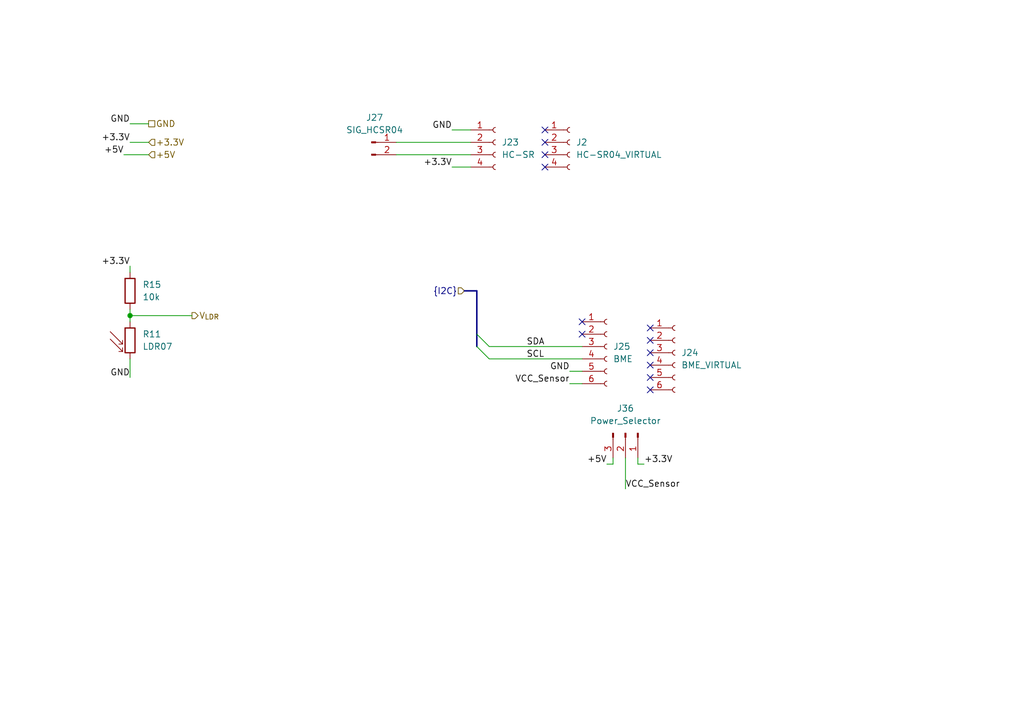
<source format=kicad_sch>
(kicad_sch (version 20231120) (generator "eeschema") (generator_version "8.0")
  (paper "A5")
  (title_block (title "Sensors") (date "2024-08-29") (rev "1.0") (company "Designed by CREPP-NLG"))
  (lib_symbols
    (symbol "Connector:Conn_01x02_Pin" (pin_names (offset 1.016) hide)
      (property "Reference" "J" (at 0 2.54 0))
      (property "Value" "Conn_01x02_Pin" (at 0 -5.08 0))
      (symbol "Conn_01x02_Pin_1_1"
        (polyline (pts (xy 1.27 -2.54) (xy 0.8636 -2.54)) (stroke (width 0.1524)))
        (polyline (pts (xy 1.27 0) (xy 0.8636 0)) (stroke (width 0.1524)))
        (rectangle (start 0.8636 -2.413) (end 0 -2.667) (stroke (width 0.1524)) (fill (type outline)))
        (rectangle (start 0.8636 0.127) (end 0 -0.127) (stroke (width 0.1524)) (fill (type outline)))
        (pin passive line (at 5.08 0 180) (length 3.81) (name "Pin_1") (number "1"))
        (pin passive line (at 5.08 -2.54 180) (length 3.81) (name "Pin_2") (number "2"))
      )
    )
    (symbol "Connector:Conn_01x03_Pin" (pin_names (offset 1.016) hide)
      (property "Reference" "J" (at 0 5.08 0))
      (property "Value" "Conn_01x03_Pin" (at 0 -5.08 0))
      (symbol "Conn_01x03_Pin_1_1"
        (polyline (pts (xy 1.27 -2.54) (xy 0.8636 -2.54)) (stroke (width 0.1524)))
        (polyline (pts (xy 1.27 0) (xy 0.8636 0)) (stroke (width 0.1524)))
        (polyline (pts (xy 1.27 2.54) (xy 0.8636 2.54)) (stroke (width 0.1524)))
        (rectangle (start 0.8636 -2.413) (end 0 -2.667) (stroke (width 0.1524)) (fill (type outline)))
        (rectangle (start 0.8636 0.127) (end 0 -0.127) (stroke (width 0.1524)) (fill (type outline)))
        (rectangle (start 0.8636 2.667) (end 0 2.413) (stroke (width 0.1524)) (fill (type outline)))
        (pin passive line (at 5.08 2.54 180) (length 3.81) (name "Pin_1") (number "1"))
        (pin passive line (at 5.08 0 180) (length 3.81) (name "Pin_2") (number "2"))
        (pin passive line (at 5.08 -2.54 180) (length 3.81) (name "Pin_3") (number "3"))
      )
    )
    (symbol "Connector:Conn_01x04_Socket" (pin_names (offset 1.016) hide)
      (property "Reference" "J" (at 0 5.08 0))
      (property "Value" "Conn_01x04_Socket" (at 0 -7.62 0))
      (symbol "Conn_01x04_Socket_1_1"
        (arc (start 0 -4.572) (mid -0.5058 -5.08) (end 0 -5.588) (stroke (width 0.1524)))
        (arc (start 0 -2.032) (mid -0.5058 -2.54) (end 0 -3.048) (stroke (width 0.1524)))
        (polyline (pts (xy -1.27 -5.08) (xy -0.508 -5.08)) (stroke (width 0.1524)))
        (polyline (pts (xy -1.27 -2.54) (xy -0.508 -2.54)) (stroke (width 0.1524)))
        (polyline (pts (xy -1.27 0) (xy -0.508 0)) (stroke (width 0.1524)))
        (polyline (pts (xy -1.27 2.54) (xy -0.508 2.54)) (stroke (width 0.1524)))
        (arc (start 0 0.508) (mid -0.5058 0) (end 0 -0.508) (stroke (width 0.1524)))
        (arc (start 0 3.048) (mid -0.5058 2.54) (end 0 2.032) (stroke (width 0.1524)))
        (pin passive line (at -5.08 2.54 0) (length 3.81) (name "Pin_1") (number "1"))
        (pin passive line (at -5.08 0 0) (length 3.81) (name "Pin_2") (number "2"))
        (pin passive line (at -5.08 -2.54 0) (length 3.81) (name "Pin_3") (number "3"))
        (pin passive line (at -5.08 -5.08 0) (length 3.81) (name "Pin_4") (number "4"))
      )
    )
    (symbol "Connector:Conn_01x06_Socket" (pin_names (offset 1.016) hide)
      (property "Reference" "J" (at 0 7.62 0))
      (property "Value" "Conn_01x06_Socket" (at 0 -10.16 0))
      (symbol "Conn_01x06_Socket_1_1"
        (arc (start 0 -7.112) (mid -0.5058 -7.62) (end 0 -8.128) (stroke (width 0.1524)))
        (arc (start 0 -4.572) (mid -0.5058 -5.08) (end 0 -5.588) (stroke (width 0.1524)))
        (arc (start 0 -2.032) (mid -0.5058 -2.54) (end 0 -3.048) (stroke (width 0.1524)))
        (polyline (pts (xy -1.27 -7.62) (xy -0.508 -7.62)) (stroke (width 0.1524)))
        (polyline (pts (xy -1.27 -5.08) (xy -0.508 -5.08)) (stroke (width 0.1524)))
        (polyline (pts (xy -1.27 -2.54) (xy -0.508 -2.54)) (stroke (width 0.1524)))
        (polyline (pts (xy -1.27 0) (xy -0.508 0)) (stroke (width 0.1524)))
        (polyline (pts (xy -1.27 2.54) (xy -0.508 2.54)) (stroke (width 0.1524)))
        (polyline (pts (xy -1.27 5.08) (xy -0.508 5.08)) (stroke (width 0.1524)))
        (arc (start 0 0.508) (mid -0.5058 0) (end 0 -0.508) (stroke (width 0.1524)))
        (arc (start 0 3.048) (mid -0.5058 2.54) (end 0 2.032) (stroke (width 0.1524)))
        (arc (start 0 5.588) (mid -0.5058 5.08) (end 0 4.572) (stroke (width 0.1524)))
        (pin passive line (at -5.08 5.08 0) (length 3.81) (name "Pin_1") (number "1"))
        (pin passive line (at -5.08 2.54 0) (length 3.81) (name "Pin_2") (number "2"))
        (pin passive line (at -5.08 0 0) (length 3.81) (name "Pin_3") (number "3"))
        (pin passive line (at -5.08 -2.54 0) (length 3.81) (name "Pin_4") (number "4"))
        (pin passive line (at -5.08 -5.08 0) (length 3.81) (name "Pin_5") (number "5"))
        (pin passive line (at -5.08 -7.62 0) (length 3.81) (name "Pin_6") (number "6"))
      )
    )
    (symbol "Device:R" (pin_numbers hide) (pin_names (offset 0))
      (property "Reference" "R" (at 2.032 0 90))
      (property "Value" "R" (at 0 0 90))
      (symbol "R_0_1"
        (rectangle (start -1.016 -2.54) (end 1.016 2.54) (stroke (width 0.254)))
      )
      (symbol "R_1_1"
        (pin passive line (at 0 3.81 270) (length 1.27) (name "~") (number "1"))
        (pin passive line (at 0 -3.81 90) (length 1.27) (name "~") (number "2"))
      )
    )
    (symbol "Sensor_Optical:LDR07" (pin_numbers hide) (pin_names (offset 0))
      (property "Reference" "R" (at -5.08 0 90))
      (property "Value" "LDR07" (at 1.905 0 90))
      (symbol "LDR07_0_1"
        (rectangle (start -1.016 2.54) (end 1.016 -2.54) (stroke (width 0.254)))
        (polyline (pts (xy -1.524 -2.286) (xy -4.064 0.254)))
        (polyline (pts (xy -1.524 -2.286) (xy -2.286 -2.286)))
        (polyline (pts (xy -1.524 -2.286) (xy -1.524 -1.524)))
        (polyline (pts (xy -1.524 -0.762) (xy -4.064 1.778)))
        (polyline (pts (xy -1.524 -0.762) (xy -2.286 -0.762)))
        (polyline (pts (xy -1.524 -0.762) (xy -1.524 0)))
      )
      (symbol "LDR07_1_1"
        (pin passive line (at 0 3.81 270) (length 1.27) (name "~") (number "1"))
        (pin passive line (at 0 -3.81 90) (length 1.27) (name "~") (number "2"))
      )
    )
  )
  (junction (at 26.67 64.77))
  (no_connect (at 133.35 80.01))
  (no_connect (at 133.35 77.47))
  (no_connect (at 119.38 68.58))
  (no_connect (at 111.76 34.29))
  (no_connect (at 133.35 67.31))
  (no_connect (at 133.35 72.39))
  (no_connect (at 119.38 66.04))
  (no_connect (at 133.35 69.85))
  (no_connect (at 133.35 74.93))
  (no_connect (at 111.76 29.21))
  (no_connect (at 111.76 31.75))
  (no_connect (at 111.76 26.67))
  (bus_entry (at 100.33 71.12) (size -2.54 -2.54))
  (bus_entry (at 100.33 73.66) (size -2.54 -2.54))
  (wire (pts (xy 116.84 78.74) (xy 119.38 78.74)))
  (wire (pts (xy 39.37 64.77) (xy 26.67 64.77)))
  (wire (pts (xy 26.67 64.77) (xy 26.67 66.04)))
  (wire (pts (xy 26.67 73.66) (xy 26.67 77.47)))
  (wire (pts (xy 130.81 93.98) (xy 130.81 95.25)))
  (wire (pts (xy 25.4 31.75) (xy 30.48 31.75)))
  (wire (pts (xy 92.71 34.29) (xy 96.52 34.29)))
  (wire (pts (xy 92.71 26.67) (xy 96.52 26.67)))
  (wire (pts (xy 130.81 95.25) (xy 132.08 95.25)))
  (bus (pts (xy 97.79 59.69) (xy 97.79 68.58)))
  (wire (pts (xy 81.28 29.21) (xy 96.52 29.21)))
  (wire (pts (xy 125.73 93.98) (xy 125.73 95.25)))
  (wire (pts (xy 128.27 93.98) (xy 128.27 100.33)))
  (wire (pts (xy 116.84 76.2) (xy 119.38 76.2)))
  (wire (pts (xy 26.67 64.77) (xy 26.67 63.5)))
  (wire (pts (xy 125.73 95.25) (xy 124.46 95.25)))
  (wire (pts (xy 81.28 31.75) (xy 96.52 31.75)))
  (wire (pts (xy 26.67 54.61) (xy 26.67 55.88)))
  (wire (pts (xy 26.67 29.21) (xy 30.48 29.21)))
  (bus (pts (xy 97.79 68.58) (xy 97.79 71.12)))
  (bus (pts (xy 95.25 59.69) (xy 97.79 59.69)))
  (wire (pts (xy 100.33 71.12) (xy 119.38 71.12)))
  (wire (pts (xy 100.33 73.66) (xy 119.38 73.66)))
  (wire (pts (xy 26.67 25.4) (xy 30.48 25.4)))
  (label "VCC_Sensor" (at 128.27 100.33 0))
  (label "+5V" (at 25.4 31.75 180))
  (label "+3.3V" (at 132.08 95.25 0))
  (label "+3.3V" (at 92.71 34.29 180))
  (label "GND" (at 116.84 76.2 180))
  (label "GND" (at 26.67 25.4 180))
  (label "SCL" (at 107.95 73.66 0))
  (label "SDA" (at 107.95 71.12 0))
  (label "+5V" (at 124.46 95.25 180))
  (label "+3.3V" (at 26.67 29.21 180))
  (label "GND" (at 92.71 26.67 180))
  (label "+3.3V" (at 26.67 54.61 180))
  (label "GND" (at 26.67 77.47 180))
  (label "VCC_Sensor" (at 116.84 78.74 180))
  (hierarchical_label "V_{LDR}" (shape output) (at 39.37 64.77 0))
  (hierarchical_label "{I2C}" (shape input) (at 95.25 59.69 180))
  (hierarchical_label "+5V" (shape input) (at 30.48 31.75 0))
  (hierarchical_label "GND" (shape passive) (at 30.48 25.4 0))
  (hierarchical_label "+3.3V" (shape input) (at 30.48 29.21 0))
  (symbol (lib_id "Connector:Conn_01x02_Pin") (at 76.2 29.21 0) (unit 1)
    (property "Reference" "J27" (at 76.835 24.13 0))
    (property "Value" "SIG_HCSR04" (at 76.835 26.67 0))
    (property "Footprint" "Connector_PinHeader_2.54mm:PinHeader_1x02_P2.54mm_Vertical" (effects (hide yes)))
    (property "Description" "Generic connector, single row, 01x02, script generated" (effects (hide yes)))
  )
  (symbol (lib_id "Connector:Conn_01x06_Socket") (at 138.43 72.39 0) (unit 1)
    (property "Reference" "J24" (at 139.7 72.3899 0) (effects (justify left)))
    (property "Value" "BME_VIRTUAL" (at 139.7 74.9299 0) (effects (justify left)))
    (property "Footprint" "Connector_PinSocket_2.54mm:PinSocket_1x06_P2.54mm_Vertical" (effects (hide yes)))
    (property "Description" "Generic connector, single row, 01x06, script generated" (effects (hide yes)))
  )
  (symbol (lib_id "Connector:Conn_01x03_Pin") (at 128.27 88.9 270) (unit 1)
    (property "Reference" "J36" (at 128.27 83.82 90))
    (property "Value" "Power_Selector" (at 128.27 86.36 90))
    (property "Footprint" "Connector_PinHeader_2.54mm:PinHeader_1x03_P2.54mm_Vertical" (effects (hide yes)))
    (property "Description" "Generic connector, single row, 01x03, script generated" (effects (hide yes)))
  )
  (symbol (lib_id "Connector:Conn_01x04_Socket") (at 101.6 29.21 0) (unit 1)
    (property "Reference" "J23" (at 102.87 29.2099 0) (effects (justify left)))
    (property "Value" "HC-SR" (at 102.87 31.7499 0) (effects (justify left)))
    (property "Footprint" "Connector_PinSocket_2.54mm:PinSocket_1x04_P2.54mm_Vertical" (effects (hide yes)))
    (property "Description" "Generic connector, single row, 01x04, script generated" (effects (hide yes)))
  )
  (symbol (lib_id "Sensor_Optical:LDR07") (at 26.67 69.85 0) (unit 1)
    (property "Reference" "R11" (at 29.21 68.5799 0) (effects (justify left)))
    (property "Value" "LDR07" (at 29.21 71.1199 0) (effects (justify left)))
    (property "Footprint" "OptoDevice:R_LDR_5.1x4.3mm_P3.4mm_Vertical" (effects (hide yes)))
    (property "Datasheet" "http://www.tme.eu/de/Document/f2e3ad76a925811312d226c31da4cd7e/LDR07.pdf" (effects (hide yes)))
    (property "Description" "light dependent resistor" (effects (hide yes)))
  )
  (symbol (lib_id "Connector:Conn_01x06_Socket") (at 124.46 71.12 0) (unit 1)
    (property "Reference" "J25" (at 125.73 71.1199 0) (effects (justify left)))
    (property "Value" "BME" (at 125.73 73.6599 0) (effects (justify left)))
    (property "Footprint" "Connector_PinSocket_2.54mm:PinSocket_1x06_P2.54mm_Vertical" (effects (hide yes)))
    (property "Description" "Generic connector, single row, 01x06, script generated" (effects (hide yes)))
  )
  (symbol (lib_id "Device:R") (at 26.67 59.69 0) (unit 1)
    (property "Reference" "R15" (at 29.21 58.4199 0) (effects (justify left)))
    (property "Value" "10k" (at 29.21 60.9599 0) (effects (justify left)))
    (property "Footprint" "Resistor_THT:R_Axial_DIN0207_L6.3mm_D2.5mm_P7.62mm_Horizontal" (effects (hide yes)))
  )
  (symbol (lib_id "Connector:Conn_01x04_Socket") (at 116.84 29.21 0) (unit 1)
    (property "Reference" "J2" (at 118.11 29.2099 0) (effects (justify left)))
    (property "Value" "HC-SR04_VIRTUAL" (at 118.11 31.7499 0) (effects (justify left)))
    (property "Footprint" "Connector_PinSocket_2.54mm:PinSocket_1x04_P2.54mm_Vertical" (effects (hide yes)))
    (property "Description" "Generic connector, single row, 01x04, script generated" (effects (hide yes)))
  )
)
</source>
